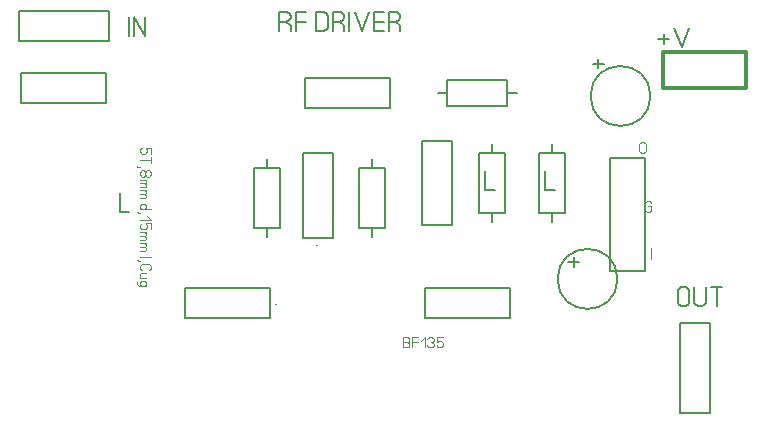
<source format=gbr>
%FSLAX34Y34*%
%MOMM*%
%LNSILK_TOP*%
G71*
G01*
%ADD10C,0.150*%
%ADD11C,0.167*%
%ADD12C,0.200*%
%ADD13C,0.300*%
%ADD14C,0.111*%
%LPD*%
G54D10*
G75*
G01X285450Y183950D02*
G03X285450Y183950I-25400J0D01*
G01*
G54D10*
X38771Y122920D02*
X60946Y122920D01*
X60946Y72220D01*
X38771Y72220D01*
X38771Y122920D01*
G54D10*
X49859Y123120D02*
X49859Y131020D01*
G54D10*
X49859Y72120D02*
X49859Y64220D01*
G54D10*
X-37082Y-3960D02*
X-37082Y21441D01*
X-108682Y21440D01*
X-108682Y-3960D01*
X-37082Y-3960D01*
G54D11*
X-31208Y7674D02*
X-31208Y7674D01*
G54D10*
X-8526Y63907D02*
X16874Y63907D01*
X16874Y135507D01*
X-8526Y135507D01*
X-8526Y63907D01*
G54D11*
X3108Y58033D02*
X3108Y58033D01*
G54D10*
X-50129Y122920D02*
X-27954Y122920D01*
X-27954Y72220D01*
X-50129Y72220D01*
X-50129Y122920D01*
G54D10*
X-39041Y123120D02*
X-39041Y131020D01*
G54D10*
X-39041Y72120D02*
X-39041Y64220D01*
G54D10*
X94518Y21441D02*
X94518Y-3960D01*
X166118Y-3959D01*
X166118Y21441D01*
X94518Y21441D01*
G54D10*
X140371Y135620D02*
X162546Y135620D01*
X162546Y84920D01*
X140371Y84920D01*
X140371Y135620D01*
G54D10*
X151459Y135820D02*
X151459Y143720D01*
G54D10*
X151459Y84820D02*
X151459Y76920D01*
G54D10*
X92218Y74540D02*
X117618Y74540D01*
X117618Y146141D01*
X92218Y146140D01*
X92218Y74540D01*
G54D10*
X164112Y197588D02*
X164112Y175413D01*
X113412Y175413D01*
X113412Y197588D01*
X164112Y197588D01*
G54D10*
X164312Y186501D02*
X172212Y186501D01*
G54D10*
X113312Y186501D02*
X105412Y186501D01*
G54D10*
X-7082Y199241D02*
X-7082Y173840D01*
X64518Y173841D01*
X64518Y199241D01*
X-7082Y199241D01*
G54D10*
G75*
G01X257550Y29050D02*
G03X257550Y29050I-25400J0D01*
G01*
G54D10*
X191171Y135620D02*
X213346Y135620D01*
X213346Y84920D01*
X191171Y84920D01*
X191171Y135620D01*
G54D10*
X202259Y135820D02*
X202259Y143720D01*
G54D10*
X202259Y84820D02*
X202259Y76920D01*
G54D10*
X-247325Y203677D02*
X-247325Y178277D01*
X-175724Y178277D01*
X-175725Y203677D01*
X-247325Y203677D01*
G54D12*
X291800Y232100D02*
X301400Y232100D01*
G54D12*
X296600Y236100D02*
X296600Y228100D01*
G54D12*
X305800Y241100D02*
X311800Y225100D01*
X317800Y241100D01*
G54D12*
X-156300Y235000D02*
X-156300Y251000D01*
G54D12*
X-151900Y235000D02*
X-151900Y251000D01*
X-142300Y235000D01*
X-142300Y251000D01*
G54D12*
X318300Y19100D02*
X318300Y9100D01*
X317100Y7100D01*
X314700Y6100D01*
X312300Y6100D01*
X309900Y7100D01*
X308700Y9100D01*
X308700Y19100D01*
X309900Y21100D01*
X312300Y22100D01*
X314700Y22100D01*
X317100Y21100D01*
X318300Y19100D01*
G54D12*
X322700Y22100D02*
X322700Y9100D01*
X323900Y7100D01*
X326300Y6100D01*
X328700Y6100D01*
X331100Y7100D01*
X332300Y9100D01*
X332300Y22100D01*
G54D12*
X341500Y6100D02*
X341500Y22100D01*
G54D12*
X336700Y22100D02*
X346300Y22100D01*
G54D12*
X-24100Y246900D02*
X-20500Y244900D01*
X-19300Y242900D01*
X-19300Y238900D01*
G54D12*
X-28900Y238900D02*
X-28900Y254900D01*
X-22900Y254900D01*
X-20500Y253900D01*
X-19300Y251900D01*
X-19300Y249900D01*
X-20500Y247900D01*
X-22900Y246900D01*
X-28900Y246900D01*
G54D12*
X-14900Y238900D02*
X-14900Y254900D01*
X-6500Y254900D01*
G54D12*
X-14900Y246900D02*
X-6500Y246900D01*
G54D12*
X2540Y238900D02*
X2540Y254900D01*
X8540Y254900D01*
X10940Y253900D01*
X12140Y251900D01*
X12140Y241900D01*
X10940Y239900D01*
X8540Y238900D01*
X2540Y238900D01*
G54D12*
X21340Y246900D02*
X24940Y244900D01*
X26140Y242900D01*
X26140Y238900D01*
G54D12*
X16540Y238900D02*
X16540Y254900D01*
X22540Y254900D01*
X24940Y253900D01*
X26140Y251900D01*
X26140Y249900D01*
X24940Y247900D01*
X22540Y246900D01*
X16540Y246900D01*
G54D12*
X30540Y238900D02*
X30540Y254900D01*
G54D12*
X34940Y254900D02*
X40940Y238900D01*
X46940Y254900D01*
G54D12*
X59740Y238900D02*
X51340Y238900D01*
X51340Y254900D01*
X59740Y254900D01*
G54D12*
X51340Y246900D02*
X59740Y246900D01*
G54D12*
X68940Y246900D02*
X72540Y244900D01*
X73740Y242900D01*
X73740Y238900D01*
G54D12*
X64140Y238900D02*
X64140Y254900D01*
X70140Y254900D01*
X72540Y253900D01*
X73740Y251900D01*
X73740Y249900D01*
X72540Y247900D01*
X70140Y246900D01*
X64140Y246900D01*
G54D12*
X145750Y120450D02*
X145750Y104450D01*
X154150Y104450D01*
G54D12*
X196550Y120450D02*
X196550Y104450D01*
X204950Y104450D01*
G54D12*
X310635Y-8014D02*
X336035Y-8014D01*
X336035Y-84214D01*
X310635Y-84214D01*
X310635Y-8014D01*
G54D12*
X-172629Y255760D02*
X-172629Y230360D01*
X-248829Y230360D01*
X-248829Y255760D01*
X-172629Y255760D01*
G54D12*
X236435Y211236D02*
X246035Y211236D01*
G54D12*
X241235Y215236D02*
X241235Y207236D01*
G54D12*
X215635Y43436D02*
X225235Y43436D01*
G54D12*
X220435Y47436D02*
X220435Y39436D01*
G54D13*
X295935Y221036D02*
X365935Y221036D01*
X365935Y191036D01*
X295935Y191036D01*
X295935Y221036D01*
G54D14*
X75935Y-28964D02*
X75935Y-20075D01*
X79268Y-20075D01*
X80602Y-20631D01*
X81268Y-21742D01*
X81268Y-22853D01*
X80602Y-23964D01*
X79268Y-24520D01*
X80602Y-25075D01*
X81268Y-26186D01*
X81268Y-27297D01*
X80602Y-28408D01*
X79268Y-28964D01*
X75935Y-28964D01*
G54D14*
X75935Y-24520D02*
X79268Y-24520D01*
G54D14*
X83712Y-28964D02*
X83712Y-20075D01*
X88379Y-20075D01*
G54D14*
X83712Y-24520D02*
X88379Y-24520D01*
G54D14*
X90823Y-23408D02*
X94156Y-20075D01*
X94156Y-28964D01*
G54D14*
X96600Y-21742D02*
X97267Y-20631D01*
X98600Y-20075D01*
X99933Y-20075D01*
X101267Y-20631D01*
X101933Y-21742D01*
X101933Y-22853D01*
X101267Y-23964D01*
X99933Y-24520D01*
X101267Y-25075D01*
X101933Y-26186D01*
X101933Y-27297D01*
X101267Y-28408D01*
X99933Y-28964D01*
X98600Y-28964D01*
X97267Y-28408D01*
X96600Y-27297D01*
G54D14*
X109710Y-20075D02*
X104377Y-20075D01*
X104377Y-23964D01*
X105044Y-23964D01*
X106377Y-23408D01*
X107710Y-23408D01*
X109044Y-23964D01*
X109710Y-25075D01*
X109710Y-27297D01*
X109044Y-28408D01*
X107710Y-28964D01*
X106377Y-28964D01*
X105044Y-28408D01*
X104377Y-27297D01*
G54D12*
X250935Y131036D02*
X280935Y131036D01*
X280935Y36036D01*
X250935Y36036D01*
X250935Y131036D01*
G54D14*
X281268Y143258D02*
X281268Y137703D01*
X280602Y136592D01*
X279268Y136036D01*
X277935Y136036D01*
X276602Y136592D01*
X275935Y137703D01*
X275935Y143258D01*
X276602Y144369D01*
X277935Y144925D01*
X279268Y144925D01*
X280602Y144369D01*
X281268Y143258D01*
G54D14*
X285935Y46036D02*
X285935Y54925D01*
G54D14*
X283602Y90480D02*
X286268Y90480D01*
X286268Y87703D01*
X285602Y86592D01*
X284268Y86036D01*
X282935Y86036D01*
X281602Y86592D01*
X280935Y87703D01*
X280935Y93258D01*
X281602Y94369D01*
X282935Y94925D01*
X284268Y94925D01*
X285602Y94369D01*
X286268Y93258D01*
G54D14*
X-137841Y134988D02*
X-137841Y140321D01*
X-141730Y140321D01*
X-141730Y139654D01*
X-141175Y138321D01*
X-141175Y136988D01*
X-141730Y135654D01*
X-142841Y134988D01*
X-145064Y134988D01*
X-146175Y135654D01*
X-146730Y136988D01*
X-146730Y138321D01*
X-146175Y139654D01*
X-145064Y140321D01*
G54D14*
X-146730Y129877D02*
X-137841Y129877D01*
G54D14*
X-137841Y132544D02*
X-137841Y127211D01*
G54D14*
X-146730Y123434D02*
X-147841Y123434D01*
X-148952Y124100D01*
X-148952Y124767D01*
G54D14*
X-142286Y117657D02*
X-142286Y118990D01*
X-141730Y120323D01*
X-140619Y120990D01*
X-139508Y120990D01*
X-138397Y120323D01*
X-137841Y118990D01*
X-137841Y117657D01*
X-138397Y116323D01*
X-139508Y115657D01*
X-140619Y115657D01*
X-141730Y116323D01*
X-142286Y117657D01*
X-142841Y116323D01*
X-143952Y115657D01*
X-145064Y115657D01*
X-146175Y116323D01*
X-146730Y117657D01*
X-146730Y118990D01*
X-146175Y120323D01*
X-145064Y120990D01*
X-143952Y120990D01*
X-142841Y120323D01*
X-142286Y118990D01*
G54D14*
X-146730Y113213D02*
X-141730Y113213D01*
G54D14*
X-142619Y113213D02*
X-141730Y111880D01*
X-142064Y110546D01*
X-142841Y109880D01*
X-146730Y109880D01*
G54D14*
X-142619Y109880D02*
X-141730Y108546D01*
X-142064Y107213D01*
X-142841Y106546D01*
X-146730Y106546D01*
G54D14*
X-146730Y104102D02*
X-141730Y104102D01*
G54D14*
X-142619Y104102D02*
X-141730Y102769D01*
X-142064Y101435D01*
X-142841Y100769D01*
X-146730Y100769D01*
G54D14*
X-142619Y100769D02*
X-141730Y99435D01*
X-142064Y98102D01*
X-142841Y97435D01*
X-146730Y97435D01*
G54D14*
X-146730Y88414D02*
X-137841Y88414D01*
G54D14*
X-143175Y88414D02*
X-142064Y89081D01*
X-141730Y90414D01*
X-142064Y91747D01*
X-143175Y92414D01*
X-145397Y92414D01*
X-146508Y91747D01*
X-146730Y90414D01*
X-146508Y89081D01*
X-145397Y88414D01*
G54D14*
X-146730Y84637D02*
X-147841Y84637D01*
X-148952Y85303D01*
X-148952Y85970D01*
G54D14*
X-141175Y82193D02*
X-137841Y78860D01*
X-146730Y78860D01*
G54D14*
X-137841Y71083D02*
X-137841Y76416D01*
X-141730Y76416D01*
X-141730Y75749D01*
X-141175Y74416D01*
X-141175Y73083D01*
X-141730Y71749D01*
X-142841Y71083D01*
X-145064Y71083D01*
X-146175Y71749D01*
X-146730Y73083D01*
X-146730Y74416D01*
X-146175Y75749D01*
X-145064Y76416D01*
G54D14*
X-146730Y68639D02*
X-141730Y68639D01*
G54D14*
X-142619Y68639D02*
X-141730Y67306D01*
X-142064Y65972D01*
X-142841Y65306D01*
X-146730Y65306D01*
G54D14*
X-142619Y65306D02*
X-141730Y63972D01*
X-142064Y62639D01*
X-142841Y61972D01*
X-146730Y61972D01*
G54D14*
X-146730Y59528D02*
X-141730Y59528D01*
G54D14*
X-142619Y59528D02*
X-141730Y58195D01*
X-142064Y56861D01*
X-142841Y56195D01*
X-146730Y56195D01*
G54D14*
X-142619Y56195D02*
X-141730Y54861D01*
X-142064Y53528D01*
X-142841Y52861D01*
X-146730Y52861D01*
G54D14*
X-146730Y47840D02*
X-137841Y47840D01*
G54D14*
X-146730Y44063D02*
X-147841Y44063D01*
X-148952Y44729D01*
X-148952Y45396D01*
G54D14*
X-145064Y36286D02*
X-146175Y36952D01*
X-146730Y38286D01*
X-146730Y39619D01*
X-146175Y40952D01*
X-145064Y41619D01*
X-139508Y41619D01*
X-138397Y40952D01*
X-137841Y39619D01*
X-137841Y38286D01*
X-138397Y36952D01*
X-139508Y36286D01*
G54D14*
X-141730Y29842D02*
X-146730Y29842D01*
G54D14*
X-145619Y29842D02*
X-146508Y30509D01*
X-146730Y31842D01*
X-146508Y33175D01*
X-145619Y33842D01*
X-141730Y33842D01*
G54D14*
X-148397Y27398D02*
X-148952Y26065D01*
X-148952Y25131D01*
X-148397Y23798D01*
X-147286Y23398D01*
X-141730Y23398D01*
G54D14*
X-143175Y23398D02*
X-142064Y24065D01*
X-141730Y25398D01*
X-142064Y26731D01*
X-143175Y27398D01*
X-145397Y27398D01*
X-146508Y26731D01*
X-146730Y25398D01*
X-146508Y24065D01*
X-145397Y23398D01*
G54D12*
X-164065Y102036D02*
X-164065Y86036D01*
X-155665Y86036D01*
M02*

</source>
